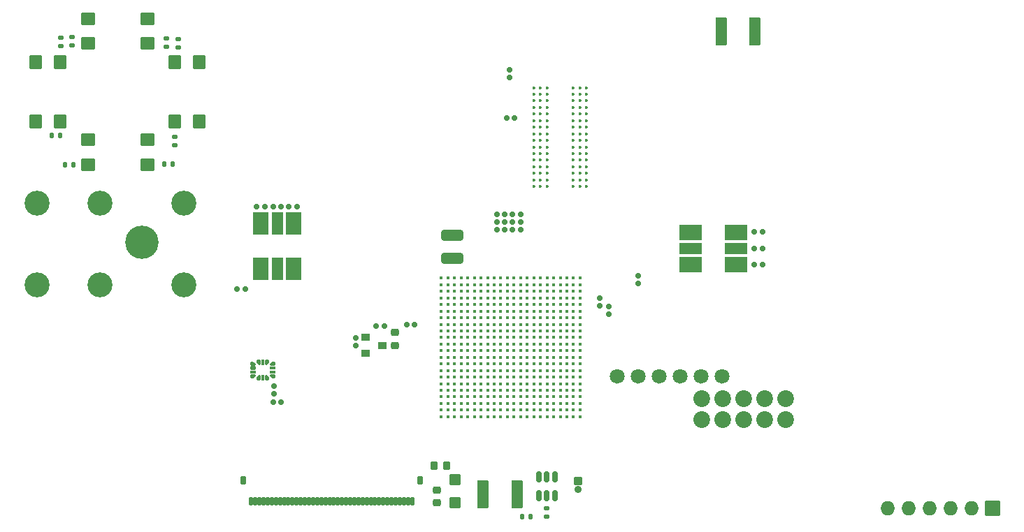
<source format=gbr>
G04 #@! TF.GenerationSoftware,KiCad,Pcbnew,8.0.6-8.0.6-0~ubuntu24.04.1*
G04 #@! TF.CreationDate,2025-03-07T13:19:29+05:30*
G04 #@! TF.ProjectId,DFTBoard,44465442-6f61-4726-942e-6b696361645f,rev?*
G04 #@! TF.SameCoordinates,Original*
G04 #@! TF.FileFunction,Soldermask,Top*
G04 #@! TF.FilePolarity,Negative*
%FSLAX46Y46*%
G04 Gerber Fmt 4.6, Leading zero omitted, Abs format (unit mm)*
G04 Created by KiCad (PCBNEW 8.0.6-8.0.6-0~ubuntu24.04.1) date 2025-03-07 13:19:29*
%MOMM*%
%LPD*%
G01*
G04 APERTURE LIST*
G04 Aperture macros list*
%AMRoundRect*
0 Rectangle with rounded corners*
0 $1 Rounding radius*
0 $2 $3 $4 $5 $6 $7 $8 $9 X,Y pos of 4 corners*
0 Add a 4 corners polygon primitive as box body*
4,1,4,$2,$3,$4,$5,$6,$7,$8,$9,$2,$3,0*
0 Add four circle primitives for the rounded corners*
1,1,$1+$1,$2,$3*
1,1,$1+$1,$4,$5*
1,1,$1+$1,$6,$7*
1,1,$1+$1,$8,$9*
0 Add four rect primitives between the rounded corners*
20,1,$1+$1,$2,$3,$4,$5,0*
20,1,$1+$1,$4,$5,$6,$7,0*
20,1,$1+$1,$6,$7,$8,$9,0*
20,1,$1+$1,$8,$9,$2,$3,0*%
%AMFreePoly0*
4,1,37,0.036564,0.214095,0.084773,0.196548,0.089776,0.193513,0.094600,0.189093,0.095074,0.188640,0.301140,-0.017426,0.304128,-0.021694,0.325810,-0.068190,0.327201,-0.073876,0.327486,-0.080413,0.327500,-0.081066,0.327500,-0.125000,0.326595,-0.130130,0.309048,-0.178339,0.302453,-0.186199,0.258024,-0.211851,0.251831,-0.213804,0.238807,-0.214943,0.237500,-0.215000,-0.237500,-0.215000,
-0.242630,-0.214095,-0.290839,-0.196548,-0.298699,-0.189953,-0.324351,-0.145524,-0.326304,-0.139331,-0.327443,-0.126307,-0.327500,-0.125000,-0.327500,0.125000,-0.326595,0.130130,-0.309048,0.178339,-0.302453,0.186199,-0.258024,0.211851,-0.251831,0.213804,-0.238807,0.214943,-0.237500,0.215000,0.031434,0.215000,0.036564,0.214095,0.036564,0.214095,$1*%
%AMFreePoly1*
4,1,37,0.242630,0.214095,0.290839,0.196548,0.298699,0.189953,0.324351,0.145524,0.326304,0.139331,0.327443,0.126307,0.327500,0.125000,0.327500,0.081066,0.326595,0.075936,0.309048,0.027727,0.306013,0.022724,0.301593,0.017900,0.301140,0.017426,0.095074,-0.188640,0.090806,-0.191628,0.044310,-0.213310,0.038624,-0.214701,0.032087,-0.214986,0.031434,-0.215000,-0.237500,-0.215000,
-0.242630,-0.214095,-0.290839,-0.196548,-0.298699,-0.189953,-0.324351,-0.145524,-0.326304,-0.139331,-0.327443,-0.126307,-0.327500,-0.125000,-0.327500,0.125000,-0.326595,0.130130,-0.309048,0.178339,-0.302453,0.186199,-0.258024,0.211851,-0.251831,0.213804,-0.238807,0.214943,-0.237500,0.215000,0.237500,0.215000,0.242630,0.214095,0.242630,0.214095,$1*%
%AMFreePoly2*
4,1,37,0.130130,0.326595,0.178339,0.309048,0.186199,0.302453,0.211851,0.258024,0.213804,0.251831,0.214943,0.238807,0.215000,0.237500,0.215000,-0.237500,0.214095,-0.242630,0.196548,-0.290839,0.189953,-0.298699,0.145524,-0.324351,0.139331,-0.326304,0.126307,-0.327443,0.125000,-0.327500,-0.125000,-0.327500,-0.130130,-0.326595,-0.178339,-0.309048,-0.186199,-0.302453,-0.211851,-0.258024,
-0.213804,-0.251831,-0.214943,-0.238807,-0.215000,-0.237500,-0.215000,0.031434,-0.214095,0.036564,-0.196548,0.084773,-0.193513,0.089776,-0.189093,0.094600,-0.188640,0.095074,0.017426,0.301140,0.021694,0.304128,0.068190,0.325810,0.073876,0.327201,0.080413,0.327486,0.081066,0.327500,0.125000,0.327500,0.130130,0.326595,0.130130,0.326595,$1*%
%AMFreePoly3*
4,1,37,-0.075936,0.326595,-0.027727,0.309048,-0.022724,0.306013,-0.017900,0.301593,-0.017426,0.301140,0.188640,0.095074,0.191628,0.090806,0.213310,0.044310,0.214701,0.038624,0.214986,0.032087,0.215000,0.031434,0.215000,-0.237500,0.214095,-0.242630,0.196548,-0.290839,0.189953,-0.298699,0.145524,-0.324351,0.139331,-0.326304,0.126307,-0.327443,0.125000,-0.327500,-0.125000,-0.327500,
-0.130130,-0.326595,-0.178339,-0.309048,-0.186199,-0.302453,-0.211851,-0.258024,-0.213804,-0.251831,-0.214943,-0.238807,-0.215000,-0.237500,-0.215000,0.237500,-0.214095,0.242630,-0.196548,0.290839,-0.189953,0.298699,-0.145524,0.324351,-0.139331,0.326304,-0.126307,0.327443,-0.125000,0.327500,-0.081066,0.327500,-0.075936,0.326595,-0.075936,0.326595,$1*%
%AMFreePoly4*
4,1,37,0.242630,0.214095,0.290839,0.196548,0.298699,0.189953,0.324351,0.145524,0.326304,0.139331,0.327443,0.126307,0.327500,0.125000,0.327500,-0.125000,0.326595,-0.130130,0.309048,-0.178339,0.302453,-0.186199,0.258024,-0.211851,0.251831,-0.213804,0.238807,-0.214943,0.237500,-0.215000,-0.031434,-0.215000,-0.036564,-0.214095,-0.084773,-0.196548,-0.089776,-0.193513,-0.094600,-0.189093,
-0.095074,-0.188640,-0.301140,0.017426,-0.304128,0.021694,-0.325810,0.068190,-0.327201,0.073876,-0.327486,0.080413,-0.327500,0.081066,-0.327500,0.125000,-0.326595,0.130130,-0.309048,0.178339,-0.302453,0.186199,-0.258024,0.211851,-0.251831,0.213804,-0.238807,0.214943,-0.237500,0.215000,0.237500,0.215000,0.242630,0.214095,0.242630,0.214095,$1*%
%AMFreePoly5*
4,1,37,0.242630,0.214095,0.290839,0.196548,0.298699,0.189953,0.324351,0.145524,0.326304,0.139331,0.327443,0.126307,0.327500,0.125000,0.327500,-0.125000,0.326595,-0.130130,0.309048,-0.178339,0.302453,-0.186199,0.258024,-0.211851,0.251831,-0.213804,0.238807,-0.214943,0.237500,-0.215000,-0.237500,-0.215000,-0.242630,-0.214095,-0.290839,-0.196548,-0.298699,-0.189953,-0.324351,-0.145524,
-0.326304,-0.139331,-0.327443,-0.126307,-0.327500,-0.125000,-0.327500,-0.081066,-0.326595,-0.075936,-0.309048,-0.027727,-0.306013,-0.022724,-0.301593,-0.017900,-0.301140,-0.017426,-0.095074,0.188640,-0.090806,0.191628,-0.044310,0.213310,-0.038624,0.214701,-0.032087,0.214986,-0.031434,0.215000,0.237500,0.215000,0.242630,0.214095,0.242630,0.214095,$1*%
%AMFreePoly6*
4,1,37,0.130130,0.326595,0.178339,0.309048,0.186199,0.302453,0.211851,0.258024,0.213804,0.251831,0.214943,0.238807,0.215000,0.237500,0.215000,-0.031434,0.214095,-0.036564,0.196548,-0.084773,0.193513,-0.089776,0.189093,-0.094600,0.188640,-0.095074,-0.017426,-0.301140,-0.021694,-0.304128,-0.068190,-0.325810,-0.073876,-0.327201,-0.080413,-0.327486,-0.081066,-0.327500,-0.125000,-0.327500,
-0.130130,-0.326595,-0.178339,-0.309048,-0.186199,-0.302453,-0.211851,-0.258024,-0.213804,-0.251831,-0.214943,-0.238807,-0.215000,-0.237500,-0.215000,0.237500,-0.214095,0.242630,-0.196548,0.290839,-0.189953,0.298699,-0.145524,0.324351,-0.139331,0.326304,-0.126307,0.327443,-0.125000,0.327500,0.125000,0.327500,0.130130,0.326595,0.130130,0.326595,$1*%
%AMFreePoly7*
4,1,37,0.130130,0.326595,0.178339,0.309048,0.186199,0.302453,0.211851,0.258024,0.213804,0.251831,0.214943,0.238807,0.215000,0.237500,0.215000,-0.237500,0.214095,-0.242630,0.196548,-0.290839,0.189953,-0.298699,0.145524,-0.324351,0.139331,-0.326304,0.126307,-0.327443,0.125000,-0.327500,0.081066,-0.327500,0.075936,-0.326595,0.027727,-0.309048,0.022724,-0.306013,0.017900,-0.301593,
0.017426,-0.301140,-0.188640,-0.095074,-0.191628,-0.090806,-0.213310,-0.044310,-0.214701,-0.038624,-0.214986,-0.032087,-0.215000,-0.031434,-0.215000,0.237500,-0.214095,0.242630,-0.196548,0.290839,-0.189953,0.298699,-0.145524,0.324351,-0.139331,0.326304,-0.126307,0.327443,-0.125000,0.327500,0.125000,0.327500,0.130130,0.326595,0.130130,0.326595,$1*%
G04 Aperture macros list end*
%ADD10RoundRect,0.155000X0.180000X-0.155000X0.180000X0.155000X-0.180000X0.155000X-0.180000X-0.155000X0*%
%ADD11RoundRect,0.155000X-0.155000X-0.180000X0.155000X-0.180000X0.155000X0.180000X-0.155000X0.180000X0*%
%ADD12RoundRect,0.015000X-0.450000X-0.400000X0.450000X-0.400000X0.450000X0.400000X-0.450000X0.400000X0*%
%ADD13RoundRect,0.155000X-0.180000X0.155000X-0.180000X-0.155000X0.180000X-0.155000X0.180000X0.155000X0*%
%ADD14RoundRect,0.226250X0.263750X-0.226250X0.263750X0.226250X-0.263750X0.226250X-0.263750X-0.226250X0*%
%ADD15RoundRect,0.155000X0.155000X0.180000X-0.155000X0.180000X-0.155000X-0.180000X0.155000X-0.180000X0*%
%ADD16C,0.360000*%
%ADD17C,4.030000*%
%ADD18C,3.030000*%
%ADD19C,2.030000*%
%ADD20RoundRect,0.015000X1.350010X0.849630X-1.350010X0.849630X-1.350010X-0.849630X1.350010X-0.849630X0*%
%ADD21RoundRect,0.015000X1.350010X0.650240X-1.350010X0.650240X-1.350010X-0.650240X1.350010X-0.650240X0*%
%ADD22RoundRect,0.015000X-0.849630X1.350010X-0.849630X-1.350010X0.849630X-1.350010X0.849630X1.350010X0*%
%ADD23RoundRect,0.015000X-0.650240X1.350010X-0.650240X-1.350010X0.650240X-1.350010X0.650240X1.350010X0*%
%ADD24C,0.430000*%
%ADD25C,1.808000*%
%ADD26RoundRect,0.256000X-1.084000X0.384000X-1.084000X-0.384000X1.084000X-0.384000X1.084000X0.384000X0*%
%ADD27FreePoly0,0.000000*%
%ADD28RoundRect,0.107500X-0.220000X-0.107500X0.220000X-0.107500X0.220000X0.107500X-0.220000X0.107500X0*%
%ADD29RoundRect,0.102500X-0.225000X-0.102500X0.225000X-0.102500X0.225000X0.102500X-0.225000X0.102500X0*%
%ADD30FreePoly1,0.000000*%
%ADD31FreePoly2,0.000000*%
%ADD32RoundRect,0.102500X-0.102500X-0.225000X0.102500X-0.225000X0.102500X0.225000X-0.102500X0.225000X0*%
%ADD33FreePoly3,0.000000*%
%ADD34FreePoly4,0.000000*%
%ADD35FreePoly5,0.000000*%
%ADD36FreePoly6,0.000000*%
%ADD37FreePoly7,0.000000*%
%ADD38RoundRect,0.142500X0.192500X-0.142500X0.192500X0.142500X-0.192500X0.142500X-0.192500X-0.142500X0*%
%ADD39RoundRect,0.232500X0.232500X0.257500X-0.232500X0.257500X-0.232500X-0.257500X0.232500X-0.257500X0*%
%ADD40RoundRect,0.015000X-0.700000X0.800000X-0.700000X-0.800000X0.700000X-0.800000X0.700000X0.800000X0*%
%ADD41RoundRect,0.255357X0.459643X1.459643X-0.459643X1.459643X-0.459643X-1.459643X0.459643X-1.459643X0*%
%ADD42RoundRect,0.142500X-0.192500X0.142500X-0.192500X-0.142500X0.192500X-0.142500X0.192500X0.142500X0*%
%ADD43RoundRect,0.102000X0.150000X0.400000X-0.150000X0.400000X-0.150000X-0.400000X0.150000X-0.400000X0*%
%ADD44RoundRect,0.102000X0.200000X0.400000X-0.200000X0.400000X-0.200000X-0.400000X0.200000X-0.400000X0*%
%ADD45RoundRect,0.015000X-0.800000X-0.700000X0.800000X-0.700000X0.800000X0.700000X-0.800000X0.700000X0*%
%ADD46RoundRect,0.015000X0.600000X-0.600000X0.600000X0.600000X-0.600000X0.600000X-0.600000X-0.600000X0*%
%ADD47RoundRect,0.142500X-0.142500X-0.192500X0.142500X-0.192500X0.142500X0.192500X-0.142500X0.192500X0*%
%ADD48RoundRect,0.015000X-0.850000X0.850000X-0.850000X-0.850000X0.850000X-0.850000X0.850000X0.850000X0*%
%ADD49O,1.730000X1.730000*%
%ADD50RoundRect,0.142500X0.142500X0.192500X-0.142500X0.192500X-0.142500X-0.192500X0.142500X-0.192500X0*%
%ADD51RoundRect,0.232500X0.257500X-0.232500X0.257500X0.232500X-0.257500X0.232500X-0.257500X-0.232500X0*%
%ADD52RoundRect,0.015000X0.700000X-0.800000X0.700000X0.800000X-0.700000X0.800000X-0.700000X-0.800000X0*%
%ADD53RoundRect,0.157500X0.157500X-0.520000X0.157500X0.520000X-0.157500X0.520000X-0.157500X-0.520000X0*%
%ADD54RoundRect,0.015000X0.425000X0.425000X-0.425000X0.425000X-0.425000X-0.425000X0.425000X-0.425000X0*%
%ADD55O,0.880000X0.880000*%
G04 APERTURE END LIST*
D10*
X173424134Y-133596525D03*
X173424134Y-132626525D03*
D11*
X162139134Y-110826525D03*
X163109134Y-110826525D03*
D12*
X145074134Y-137426525D03*
X145074134Y-139326525D03*
X147074134Y-138376525D03*
D10*
X174524134Y-134611525D03*
X174524134Y-133641525D03*
D13*
X143874134Y-137441525D03*
X143874134Y-138411525D03*
D11*
X146339134Y-136076525D03*
X147309134Y-136076525D03*
D14*
X148624134Y-138364025D03*
X148624134Y-136789025D03*
D15*
X161909134Y-124376525D03*
X160939134Y-124376525D03*
X163809134Y-124376525D03*
X162839134Y-124376525D03*
X161909134Y-122476525D03*
X160939134Y-122476525D03*
X163809134Y-122476525D03*
X162839134Y-122476525D03*
X161909134Y-123436525D03*
X160939134Y-123436525D03*
X163799134Y-123436525D03*
X162829134Y-123436525D03*
D16*
X171824134Y-119126525D03*
X171024134Y-119126525D03*
X170224134Y-119126525D03*
X167024134Y-119126525D03*
X166224134Y-119126525D03*
X165424134Y-119126525D03*
X171824134Y-118326525D03*
X171024134Y-118326525D03*
X170224134Y-118326525D03*
X167024134Y-118326525D03*
X166224134Y-118326525D03*
X165424134Y-118326525D03*
X171824134Y-117526525D03*
X171024134Y-117526525D03*
X170224134Y-117526525D03*
X167024134Y-117526525D03*
X166224134Y-117526525D03*
X165424134Y-117526525D03*
X171824134Y-116726525D03*
X171024134Y-116726525D03*
X170224134Y-116726525D03*
X167024134Y-116726525D03*
X166224134Y-116726525D03*
X165424134Y-116726525D03*
X171824134Y-115926525D03*
X171024134Y-115926525D03*
X170224134Y-115926525D03*
X167024134Y-115926525D03*
X166224134Y-115926525D03*
X165424134Y-115926525D03*
X171824134Y-115126525D03*
X171024134Y-115126525D03*
X170224134Y-115126525D03*
X167024134Y-115126525D03*
X166224134Y-115126525D03*
X165424134Y-115126525D03*
X171824134Y-114326525D03*
X171024134Y-114326525D03*
X170224134Y-114326525D03*
X167024134Y-114326525D03*
X166224134Y-114326525D03*
X165424134Y-114326525D03*
X171824134Y-113526525D03*
X171024134Y-113526525D03*
X170224134Y-113526525D03*
X167024134Y-113526525D03*
X166224134Y-113526525D03*
X165424134Y-113526525D03*
X171824134Y-112726525D03*
X171024134Y-112726525D03*
X170224134Y-112726525D03*
X167024134Y-112726525D03*
X166224134Y-112726525D03*
X165424134Y-112726525D03*
X171824134Y-111926525D03*
X171024134Y-111926525D03*
X170224134Y-111926525D03*
X167024134Y-111926525D03*
X166224134Y-111926525D03*
X165424134Y-111926525D03*
X171824134Y-111126525D03*
X171024134Y-111126525D03*
X170224134Y-111126525D03*
X167024134Y-111126525D03*
X166224134Y-111126525D03*
X165424134Y-111126525D03*
X171824134Y-110326525D03*
X171024134Y-110326525D03*
X170224134Y-110326525D03*
X167024134Y-110326525D03*
X166224134Y-110326525D03*
X165424134Y-110326525D03*
X171824134Y-109526525D03*
X171024134Y-109526525D03*
X170224134Y-109526525D03*
X167024134Y-109526525D03*
X166224134Y-109526525D03*
X165424134Y-109526525D03*
X171824134Y-108726525D03*
X171024134Y-108726525D03*
X170224134Y-108726525D03*
X167024134Y-108726525D03*
X166224134Y-108726525D03*
X165424134Y-108726525D03*
X171824134Y-107926525D03*
X171024134Y-107926525D03*
X170224134Y-107926525D03*
X167024134Y-107926525D03*
X166224134Y-107926525D03*
X165424134Y-107926525D03*
X171824134Y-107126525D03*
X171024134Y-107126525D03*
X170224134Y-107126525D03*
X167024134Y-107126525D03*
X166224134Y-107126525D03*
X165424134Y-107126525D03*
D15*
X130459134Y-131576525D03*
X129489134Y-131576525D03*
D13*
X178024134Y-129941525D03*
X178024134Y-130911525D03*
D17*
X117930000Y-125860000D03*
D18*
X105230000Y-121110000D03*
X112850000Y-131020000D03*
X112850000Y-121110000D03*
X105230000Y-131020000D03*
X123010000Y-131020000D03*
X123010000Y-121110000D03*
D19*
X185744134Y-147396525D03*
X185744134Y-144856525D03*
X188284134Y-147396525D03*
X188284134Y-144856525D03*
X190824134Y-147396525D03*
X190824134Y-144856525D03*
X193364134Y-147396525D03*
X193364134Y-144856525D03*
X195904134Y-147396525D03*
X195904134Y-144856525D03*
D15*
X193109134Y-128626525D03*
X192139134Y-128626525D03*
D20*
X189874954Y-128602645D03*
D21*
X189874954Y-126626525D03*
D20*
X189874954Y-124650405D03*
X184373314Y-124650405D03*
D21*
X184373314Y-126626525D03*
D20*
X184373314Y-128602645D03*
D15*
X193109134Y-124626525D03*
X192139134Y-124626525D03*
X151009134Y-135826525D03*
X150039134Y-135826525D03*
D11*
X135739134Y-121526525D03*
X136709134Y-121526525D03*
D22*
X136317216Y-123630190D03*
D23*
X134341096Y-123630190D03*
D22*
X132364976Y-123630190D03*
X132364976Y-129131830D03*
D23*
X134341096Y-129131830D03*
D22*
X136317216Y-129131830D03*
D15*
X132809134Y-121526525D03*
X131839134Y-121526525D03*
X134809134Y-121526525D03*
X133839134Y-121526525D03*
X193109134Y-126626525D03*
X192139134Y-126626525D03*
X134809134Y-145226525D03*
X133839134Y-145226525D03*
D24*
X171024134Y-130226525D03*
X171024134Y-131026525D03*
X171024134Y-131826525D03*
X171024134Y-132626525D03*
X171024134Y-133426525D03*
X171024134Y-134226525D03*
X171024134Y-135026525D03*
X171024134Y-135826525D03*
X171024134Y-136626525D03*
X171024134Y-137426525D03*
X171024134Y-138226525D03*
X171024134Y-139026525D03*
X171024134Y-139826525D03*
X171024134Y-140626525D03*
X171024134Y-141426525D03*
X171024134Y-142226525D03*
X171024134Y-143026525D03*
X171024134Y-143826525D03*
X171024134Y-144626525D03*
X171024134Y-145426525D03*
X171024134Y-146226525D03*
X171024134Y-147026525D03*
X155024134Y-130226525D03*
X155024134Y-131026525D03*
X155024134Y-131826525D03*
X155024134Y-132626525D03*
X155024134Y-133426525D03*
X155024134Y-134226525D03*
X155024134Y-135026525D03*
X155024134Y-135826525D03*
X155024134Y-136626525D03*
X155024134Y-137426525D03*
X155024134Y-138226525D03*
X155024134Y-139026525D03*
X155024134Y-139826525D03*
X155024134Y-140626525D03*
X155024134Y-141426525D03*
X155024134Y-142226525D03*
X155024134Y-143026525D03*
X155024134Y-143826525D03*
X155024134Y-144626525D03*
X155024134Y-145426525D03*
X155024134Y-146226525D03*
X155024134Y-147026525D03*
X154224134Y-130226525D03*
X154224134Y-131026525D03*
X154224134Y-131826525D03*
X154224134Y-132626525D03*
X154224134Y-133426525D03*
X154224134Y-134226525D03*
X154224134Y-135026525D03*
X154224134Y-135826525D03*
X154224134Y-136626525D03*
X154224134Y-137426525D03*
X154224134Y-138226525D03*
X154224134Y-139026525D03*
X154224134Y-139826525D03*
X154224134Y-140626525D03*
X154224134Y-141426525D03*
X154224134Y-142226525D03*
X154224134Y-143026525D03*
X154224134Y-143826525D03*
X154224134Y-144626525D03*
X154224134Y-145426525D03*
X154224134Y-146226525D03*
X154224134Y-147026525D03*
X170224134Y-130226525D03*
X170224134Y-131026525D03*
X170224134Y-131826525D03*
X170224134Y-132626525D03*
X170224134Y-133426525D03*
X170224134Y-134226525D03*
X170224134Y-135026525D03*
X170224134Y-135826525D03*
X170224134Y-136626525D03*
X170224134Y-137426525D03*
X170224134Y-138226525D03*
X170224134Y-139026525D03*
X170224134Y-139826525D03*
X170224134Y-140626525D03*
X170224134Y-141426525D03*
X170224134Y-142226525D03*
X170224134Y-143026525D03*
X170224134Y-143826525D03*
X170224134Y-144626525D03*
X170224134Y-145426525D03*
X170224134Y-146226525D03*
X170224134Y-147026525D03*
X169424134Y-130226525D03*
X169424134Y-131026525D03*
X169424134Y-131826525D03*
X169424134Y-132626525D03*
X169424134Y-133426525D03*
X169424134Y-134226525D03*
X169424134Y-135026525D03*
X169424134Y-135826525D03*
X169424134Y-136626525D03*
X169424134Y-137426525D03*
X169424134Y-138226525D03*
X169424134Y-139026525D03*
X169424134Y-139826525D03*
X169424134Y-140626525D03*
X169424134Y-141426525D03*
X169424134Y-142226525D03*
X169424134Y-143026525D03*
X169424134Y-143826525D03*
X169424134Y-144626525D03*
X169424134Y-145426525D03*
X169424134Y-146226525D03*
X169424134Y-147026525D03*
X168624134Y-130226525D03*
X168624134Y-131026525D03*
X168624134Y-131826525D03*
X168624134Y-132626525D03*
X168624134Y-133426525D03*
X168624134Y-134226525D03*
X168624134Y-135026525D03*
X168624134Y-135826525D03*
X168624134Y-136626525D03*
X168624134Y-137426525D03*
X168624134Y-138226525D03*
X168624134Y-139026525D03*
X168624134Y-139826525D03*
X168624134Y-140626525D03*
X168624134Y-141426525D03*
X168624134Y-142226525D03*
X168624134Y-143026525D03*
X168624134Y-143826525D03*
X168624134Y-144626525D03*
X168624134Y-145426525D03*
X168624134Y-146226525D03*
X168624134Y-147026525D03*
X167824134Y-130226525D03*
X167824134Y-131026525D03*
X167824134Y-131826525D03*
X167824134Y-132626525D03*
X167824134Y-133426525D03*
X167824134Y-134226525D03*
X167824134Y-135026525D03*
X167824134Y-135826525D03*
X167824134Y-136626525D03*
X167824134Y-137426525D03*
X167824134Y-138226525D03*
X167824134Y-139026525D03*
X167824134Y-139826525D03*
X167824134Y-140626525D03*
X167824134Y-141426525D03*
X167824134Y-142226525D03*
X167824134Y-143026525D03*
X167824134Y-143826525D03*
X167824134Y-144626525D03*
X167824134Y-145426525D03*
X167824134Y-146226525D03*
X167824134Y-147026525D03*
X167024134Y-130226525D03*
X167024134Y-131026525D03*
X167024134Y-131826525D03*
X167024134Y-132626525D03*
X167024134Y-133426525D03*
X167024134Y-134226525D03*
X167024134Y-135026525D03*
X167024134Y-135826525D03*
X167024134Y-136626525D03*
X167024134Y-137426525D03*
X167024134Y-138226525D03*
X167024134Y-139026525D03*
X167024134Y-139826525D03*
X167024134Y-140626525D03*
X167024134Y-141426525D03*
X167024134Y-142226525D03*
X167024134Y-143026525D03*
X167024134Y-143826525D03*
X167024134Y-144626525D03*
X167024134Y-145426525D03*
X167024134Y-146226525D03*
X167024134Y-147026525D03*
X166224134Y-130226525D03*
X166224134Y-131026525D03*
X166224134Y-131826525D03*
X166224134Y-132626525D03*
X166224134Y-133426525D03*
X166224134Y-134226525D03*
X166224134Y-135026525D03*
X166224134Y-135826525D03*
X166224134Y-136626525D03*
X166224134Y-137426525D03*
X166224134Y-138226525D03*
X166224134Y-139026525D03*
X166224134Y-139826525D03*
X166224134Y-140626525D03*
X166224134Y-141426525D03*
X166224134Y-142226525D03*
X166224134Y-143026525D03*
X166224134Y-143826525D03*
X166224134Y-144626525D03*
X166224134Y-145426525D03*
X166224134Y-146226525D03*
X166224134Y-147026525D03*
X165424134Y-130226525D03*
X165424134Y-131026525D03*
X165424134Y-131826525D03*
X165424134Y-132626525D03*
X165424134Y-133426525D03*
X165424134Y-134226525D03*
X165424134Y-135026525D03*
X165424134Y-135826525D03*
X165424134Y-136626525D03*
X165424134Y-137426525D03*
X165424134Y-138226525D03*
X165424134Y-139026525D03*
X165424134Y-139826525D03*
X165424134Y-140626525D03*
X165424134Y-141426525D03*
X165424134Y-142226525D03*
X165424134Y-143026525D03*
X165424134Y-143826525D03*
X165424134Y-144626525D03*
X165424134Y-145426525D03*
X165424134Y-146226525D03*
X165424134Y-147026525D03*
X164624134Y-130226525D03*
X164624134Y-131026525D03*
X164624134Y-131826525D03*
X164624134Y-132626525D03*
X164624134Y-133426525D03*
X164624134Y-134226525D03*
X164624134Y-135026525D03*
X164624134Y-135826525D03*
X164624134Y-136626525D03*
X164624134Y-137426525D03*
X164624134Y-138226525D03*
X164624134Y-139026525D03*
X164624134Y-139826525D03*
X164624134Y-140626525D03*
X164624134Y-141426525D03*
X164624134Y-142226525D03*
X164624134Y-143026525D03*
X164624134Y-143826525D03*
X164624134Y-144626525D03*
X164624134Y-145426525D03*
X164624134Y-146226525D03*
X164624134Y-147026525D03*
X163824134Y-130226525D03*
X163824134Y-131026525D03*
X163824134Y-131826525D03*
X163824134Y-132626525D03*
X163824134Y-133426525D03*
X163824134Y-134226525D03*
X163824134Y-135026525D03*
X163824134Y-135826525D03*
X163824134Y-136626525D03*
X163824134Y-137426525D03*
X163824134Y-138226525D03*
X163824134Y-139026525D03*
X163824134Y-139826525D03*
X163824134Y-140626525D03*
X163824134Y-141426525D03*
X163824134Y-142226525D03*
X163824134Y-143026525D03*
X163824134Y-143826525D03*
X163824134Y-144626525D03*
X163824134Y-145426525D03*
X163824134Y-146226525D03*
X163824134Y-147026525D03*
X163024134Y-130226525D03*
X163024134Y-131026525D03*
X163024134Y-131826525D03*
X163024134Y-132626525D03*
X163024134Y-133426525D03*
X163024134Y-134226525D03*
X163024134Y-135026525D03*
X163024134Y-135826525D03*
X163024134Y-136626525D03*
X163024134Y-137426525D03*
X163024134Y-138226525D03*
X163024134Y-139026525D03*
X163024134Y-139826525D03*
X163024134Y-140626525D03*
X163024134Y-141426525D03*
X163024134Y-142226525D03*
X163024134Y-143026525D03*
X163024134Y-143826525D03*
X163024134Y-144626525D03*
X163024134Y-145426525D03*
X163024134Y-146226525D03*
X163024134Y-147026525D03*
X162224134Y-130226525D03*
X162224134Y-131026525D03*
X162224134Y-131826525D03*
X162224134Y-132626525D03*
X162224134Y-133426525D03*
X162224134Y-134226525D03*
X162224134Y-135026525D03*
X162224134Y-135826525D03*
X162224134Y-136626525D03*
X162224134Y-137426525D03*
X162224134Y-138226525D03*
X162224134Y-139026525D03*
X162224134Y-139826525D03*
X162224134Y-140626525D03*
X162224134Y-141426525D03*
X162224134Y-142226525D03*
X162224134Y-143026525D03*
X162224134Y-143826525D03*
X162224134Y-144626525D03*
X162224134Y-145426525D03*
X162224134Y-146226525D03*
X162224134Y-147026525D03*
X161424134Y-130226525D03*
X161424134Y-131026525D03*
X161424134Y-131826525D03*
X161424134Y-132626525D03*
X161424134Y-133426525D03*
X161424134Y-134226525D03*
X161424134Y-135026525D03*
X161424134Y-135826525D03*
X161424134Y-136626525D03*
X161424134Y-137426525D03*
X161424134Y-138226525D03*
X161424134Y-139026525D03*
X161424134Y-139826525D03*
X161424134Y-140626525D03*
X161424134Y-141426525D03*
X161424134Y-142226525D03*
X161424134Y-143026525D03*
X161424134Y-143826525D03*
X161424134Y-144626525D03*
X161424134Y-145426525D03*
X161424134Y-146226525D03*
X161424134Y-147026525D03*
X160624134Y-130226525D03*
X160624134Y-131026525D03*
X160624134Y-131826525D03*
X160624134Y-132626525D03*
X160624134Y-133426525D03*
X160624134Y-134226525D03*
X160624134Y-135026525D03*
X160624134Y-135826525D03*
X160624134Y-136626525D03*
X160624134Y-137426525D03*
X160624134Y-138226525D03*
X160624134Y-139026525D03*
X160624134Y-139826525D03*
X160624134Y-140626525D03*
X160624134Y-141426525D03*
X160624134Y-142226525D03*
X160624134Y-143026525D03*
X160624134Y-143826525D03*
X160624134Y-144626525D03*
X160624134Y-145426525D03*
X160624134Y-146226525D03*
X160624134Y-147026525D03*
X159824134Y-130226525D03*
X159824134Y-131026525D03*
X159824134Y-131826525D03*
X159824134Y-132626525D03*
X159824134Y-133426525D03*
X159824134Y-134226525D03*
X159824134Y-135026525D03*
X159824134Y-135826525D03*
X159824134Y-136626525D03*
X159824134Y-137426525D03*
X159824134Y-138226525D03*
X159824134Y-139026525D03*
X159824134Y-139826525D03*
X159824134Y-140626525D03*
X159824134Y-141426525D03*
X159824134Y-142226525D03*
X159824134Y-143026525D03*
X159824134Y-143826525D03*
X159824134Y-144626525D03*
X159824134Y-145426525D03*
X159824134Y-146226525D03*
X159824134Y-147026525D03*
X159024134Y-130226525D03*
X159024134Y-131026525D03*
X159024134Y-131826525D03*
X159024134Y-132626525D03*
X159024134Y-133426525D03*
X159024134Y-134226525D03*
X159024134Y-135026525D03*
X159024134Y-135826525D03*
X159024134Y-136626525D03*
X159024134Y-137426525D03*
X159024134Y-138226525D03*
X159024134Y-139026525D03*
X159024134Y-139826525D03*
X159024134Y-140626525D03*
X159024134Y-141426525D03*
X159024134Y-142226525D03*
X159024134Y-143026525D03*
X159024134Y-143826525D03*
X159024134Y-144626525D03*
X159024134Y-145426525D03*
X159024134Y-146226525D03*
X159024134Y-147026525D03*
X158224134Y-130226525D03*
X158224134Y-131026525D03*
X158224134Y-131826525D03*
X158224134Y-132626525D03*
X158224134Y-133426525D03*
X158224134Y-134226525D03*
X158224134Y-135026525D03*
X158224134Y-135826525D03*
X158224134Y-136626525D03*
X158224134Y-137426525D03*
X158224134Y-138226525D03*
X158224134Y-139026525D03*
X158224134Y-139826525D03*
X158224134Y-140626525D03*
X158224134Y-141426525D03*
X158224134Y-142226525D03*
X158224134Y-143026525D03*
X158224134Y-143826525D03*
X158224134Y-144626525D03*
X158224134Y-145426525D03*
X158224134Y-146226525D03*
X158224134Y-147026525D03*
X157424134Y-130226525D03*
X157424134Y-131026525D03*
X157424134Y-131826525D03*
X157424134Y-132626525D03*
X157424134Y-133426525D03*
X157424134Y-134226525D03*
X157424134Y-135026525D03*
X157424134Y-135826525D03*
X157424134Y-136626525D03*
X157424134Y-137426525D03*
X157424134Y-138226525D03*
X157424134Y-139026525D03*
X157424134Y-139826525D03*
X157424134Y-140626525D03*
X157424134Y-141426525D03*
X157424134Y-142226525D03*
X157424134Y-143026525D03*
X157424134Y-143826525D03*
X157424134Y-144626525D03*
X157424134Y-145426525D03*
X157424134Y-146226525D03*
X157424134Y-147026525D03*
X156624134Y-130226525D03*
X156624134Y-131026525D03*
X156624134Y-131826525D03*
X156624134Y-132626525D03*
X156624134Y-133426525D03*
X156624134Y-134226525D03*
X156624134Y-135026525D03*
X156624134Y-135826525D03*
X156624134Y-136626525D03*
X156624134Y-137426525D03*
X156624134Y-138226525D03*
X156624134Y-139026525D03*
X156624134Y-139826525D03*
X156624134Y-140626525D03*
X156624134Y-141426525D03*
X156624134Y-142226525D03*
X156624134Y-143026525D03*
X156624134Y-143826525D03*
X156624134Y-144626525D03*
X156624134Y-145426525D03*
X156624134Y-146226525D03*
X156624134Y-147026525D03*
X155824134Y-130226525D03*
X155824134Y-131026525D03*
X155824134Y-131826525D03*
X155824134Y-132626525D03*
X155824134Y-133426525D03*
X155824134Y-134226525D03*
X155824134Y-135026525D03*
X155824134Y-135826525D03*
X155824134Y-136626525D03*
X155824134Y-137426525D03*
X155824134Y-138226525D03*
X155824134Y-139026525D03*
X155824134Y-139826525D03*
X155824134Y-140626525D03*
X155824134Y-141426525D03*
X155824134Y-142226525D03*
X155824134Y-143026525D03*
X155824134Y-143826525D03*
X155824134Y-144626525D03*
X155824134Y-145426525D03*
X155824134Y-146226525D03*
X155824134Y-147026525D03*
D25*
X188224134Y-142126525D03*
X185684134Y-142126525D03*
X183144134Y-142126525D03*
X180604134Y-142126525D03*
X178064134Y-142126525D03*
X175524134Y-142126525D03*
D26*
X155524134Y-125026525D03*
X155524134Y-127826525D03*
D13*
X133940000Y-143300000D03*
X133940000Y-144270000D03*
D27*
X131436635Y-140601526D03*
D28*
X131436635Y-141101526D03*
D29*
X131436635Y-141601526D03*
D30*
X131436635Y-142101526D03*
D31*
X132099135Y-142264026D03*
D32*
X132599135Y-142264026D03*
D33*
X133099135Y-142264026D03*
D34*
X133761635Y-142101526D03*
D29*
X133761635Y-141601526D03*
X133761635Y-141111526D03*
D35*
X133761635Y-140601526D03*
D36*
X133099135Y-140439026D03*
D32*
X132599135Y-140439026D03*
D37*
X132099135Y-140439026D03*
D10*
X162524134Y-105911525D03*
X162524134Y-104941525D03*
D38*
X121904134Y-114120000D03*
X121904134Y-113100000D03*
D39*
X154895000Y-152940000D03*
X153345000Y-152940000D03*
D40*
X124914134Y-103990000D03*
X124914134Y-111190000D03*
X121914134Y-103990000D03*
X121914134Y-111190000D03*
D41*
X163390000Y-156450000D03*
X159290000Y-156450000D03*
D42*
X120904134Y-101180000D03*
X120904134Y-102200000D03*
D43*
X150685000Y-157250000D03*
X150185000Y-157250000D03*
X149685000Y-157250000D03*
X149185000Y-157250000D03*
X148685000Y-157250000D03*
X148185000Y-157250000D03*
X147685000Y-157250000D03*
X147185000Y-157250000D03*
X146685000Y-157250000D03*
X146185000Y-157250000D03*
X145685000Y-157250000D03*
X145185000Y-157250000D03*
X144685000Y-157250000D03*
X144185000Y-157250000D03*
X143685000Y-157250000D03*
X143185000Y-157250000D03*
X142685000Y-157250000D03*
X142185000Y-157250000D03*
X141685000Y-157250000D03*
X141185000Y-157250000D03*
X140685000Y-157250000D03*
X140185000Y-157250000D03*
X139685000Y-157250000D03*
X139185000Y-157250000D03*
X138685000Y-157250000D03*
X138185000Y-157250000D03*
X137685000Y-157250000D03*
X137185000Y-157250000D03*
X136685000Y-157250000D03*
X136185000Y-157250000D03*
X135685000Y-157250000D03*
X135185000Y-157250000D03*
X134685000Y-157250000D03*
X134185000Y-157250000D03*
X133685000Y-157250000D03*
X133185000Y-157250000D03*
X132685000Y-157250000D03*
X132185000Y-157250000D03*
X131685000Y-157250000D03*
X131185000Y-157250000D03*
D44*
X151635000Y-154750000D03*
X130235000Y-154750000D03*
D41*
X192230000Y-100290000D03*
X188130000Y-100290000D03*
D45*
X111454134Y-113460000D03*
X118654134Y-113460000D03*
X111454134Y-116460000D03*
X118654134Y-116460000D03*
D46*
X155890000Y-157490000D03*
X155890000Y-154690000D03*
D47*
X107014134Y-112940000D03*
X108034134Y-112940000D03*
D48*
X220960000Y-158140000D03*
D49*
X218420000Y-158140000D03*
X215880000Y-158140000D03*
X213340000Y-158140000D03*
X210800000Y-158140000D03*
X208260000Y-158140000D03*
D50*
X121644134Y-116400000D03*
X120624134Y-116400000D03*
D47*
X163970000Y-159140000D03*
X164990000Y-159140000D03*
D38*
X167000000Y-159120000D03*
X167000000Y-158100000D03*
D51*
X153665000Y-157490000D03*
X153665000Y-155940000D03*
D52*
X105064134Y-111190000D03*
X105064134Y-103990000D03*
X108064134Y-111190000D03*
X108064134Y-103990000D03*
D53*
X166047500Y-156587500D03*
X166997500Y-156587500D03*
X167947500Y-156587500D03*
X167947500Y-154312500D03*
X166997500Y-154312500D03*
X166047500Y-154312500D03*
D38*
X108164134Y-102100000D03*
X108164134Y-101080000D03*
D50*
X109654134Y-116470000D03*
X108634134Y-116470000D03*
D45*
X111444134Y-98750000D03*
X118644134Y-98750000D03*
X111444134Y-101750000D03*
X118644134Y-101750000D03*
D38*
X122344134Y-102220000D03*
X122344134Y-101200000D03*
D42*
X109464134Y-100990000D03*
X109464134Y-102010000D03*
D54*
X170820000Y-154830000D03*
D55*
X170820000Y-155830000D03*
M02*

</source>
